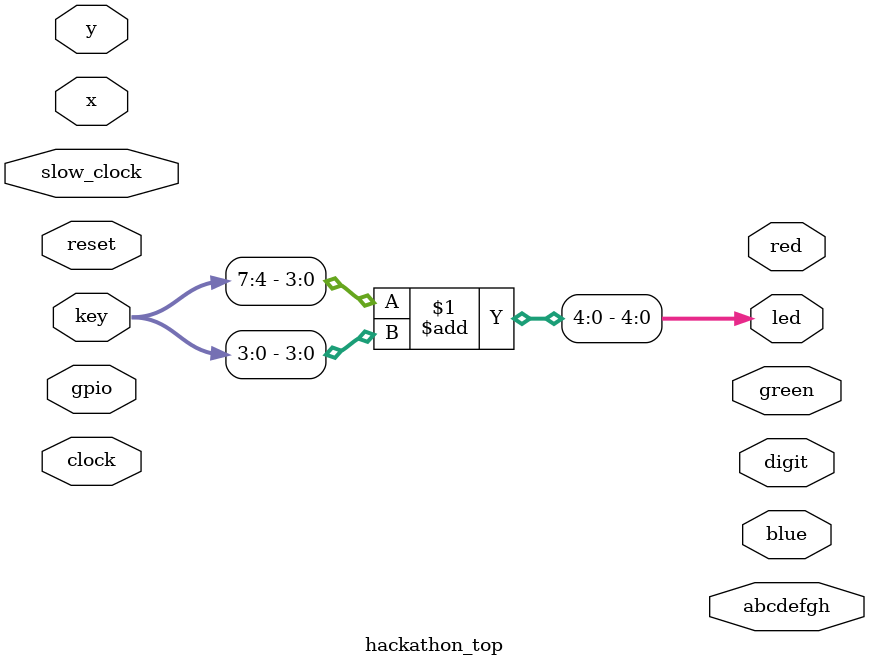
<source format=sv>

module hackathon_top
(
    input  logic       clock,
    input  logic       slow_clock,
    input  logic       reset,

    input  logic [7:0] key,
    output logic [7:0] led,

    // A dynamic seven-segment display

    output logic [7:0] abcdefgh,
    output logic [7:0] digit,

    // LCD screen interface

    input  logic [8:0] x,
    input  logic [8:0] y,

    output logic [4:0] red,
    output logic [5:0] green,
    output logic [4:0] blue,

    inout  logic [2:0] gpio
);

    // Adding two 4-bit numbers results in 5-bit number
    //
    //      1010
    //    + 1011
    //    ------
    //     10100  5-bit number because of carry
    //
    //     led [4:0] means { led [4], led [3], led [2], led [1], led [0] }
    //     This construct is called a "bit slice".

    assign led [4:0] = key [7:4] + key [3:0];

    // Doing arithmetics using logical operations
    //
    //    0      0      1      1   key [4]
    //  + 0    + 1    + 0    + 1   key [0]
    //  ---    ---    ---    ---
    //    0      1      1     10
    //                        ||
    //                        |+-- led [6]
    //                        +--- led [7]
    //
    // https://es.wikipedia.org/wiki/Sistema_binario

    // Exercise: Check that the following code
    // is the same as:
    //
    // assign led [7:6] = key [4] + key [0];


endmodule

</source>
